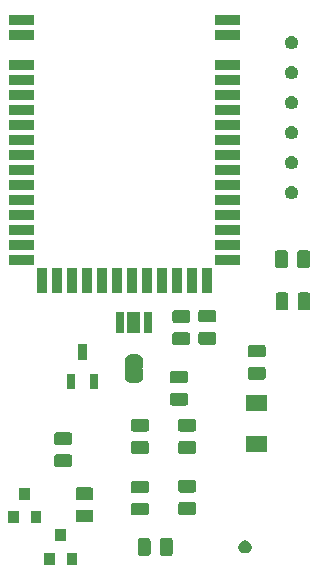
<source format=gbr>
G04 #@! TF.GenerationSoftware,KiCad,Pcbnew,(5.1.2-1)-1*
G04 #@! TF.CreationDate,2021-02-24T08:12:35+01:00*
G04 #@! TF.ProjectId,parasite,70617261-7369-4746-952e-6b696361645f,1.1.0*
G04 #@! TF.SameCoordinates,Original*
G04 #@! TF.FileFunction,Soldermask,Top*
G04 #@! TF.FilePolarity,Negative*
%FSLAX46Y46*%
G04 Gerber Fmt 4.6, Leading zero omitted, Abs format (unit mm)*
G04 Created by KiCad (PCBNEW (5.1.2-1)-1) date 2021-02-24 08:12:35*
%MOMM*%
%LPD*%
G04 APERTURE LIST*
%ADD10C,0.100000*%
G04 APERTURE END LIST*
D10*
G36*
X111401000Y-95001000D02*
G01*
X110499000Y-95001000D01*
X110499000Y-93999000D01*
X111401000Y-93999000D01*
X111401000Y-95001000D01*
X111401000Y-95001000D01*
G37*
G36*
X109501000Y-95001000D02*
G01*
X108599000Y-95001000D01*
X108599000Y-93999000D01*
X109501000Y-93999000D01*
X109501000Y-95001000D01*
X109501000Y-95001000D01*
G37*
G36*
X119309468Y-92753565D02*
G01*
X119348138Y-92765296D01*
X119383777Y-92784346D01*
X119415017Y-92809983D01*
X119440654Y-92841223D01*
X119459704Y-92876862D01*
X119471435Y-92915532D01*
X119476000Y-92961888D01*
X119476000Y-94038112D01*
X119471435Y-94084468D01*
X119459704Y-94123138D01*
X119440654Y-94158777D01*
X119415017Y-94190017D01*
X119383777Y-94215654D01*
X119348138Y-94234704D01*
X119309468Y-94246435D01*
X119263112Y-94251000D01*
X118611888Y-94251000D01*
X118565532Y-94246435D01*
X118526862Y-94234704D01*
X118491223Y-94215654D01*
X118459983Y-94190017D01*
X118434346Y-94158777D01*
X118415296Y-94123138D01*
X118403565Y-94084468D01*
X118399000Y-94038112D01*
X118399000Y-92961888D01*
X118403565Y-92915532D01*
X118415296Y-92876862D01*
X118434346Y-92841223D01*
X118459983Y-92809983D01*
X118491223Y-92784346D01*
X118526862Y-92765296D01*
X118565532Y-92753565D01*
X118611888Y-92749000D01*
X119263112Y-92749000D01*
X119309468Y-92753565D01*
X119309468Y-92753565D01*
G37*
G36*
X117434468Y-92753565D02*
G01*
X117473138Y-92765296D01*
X117508777Y-92784346D01*
X117540017Y-92809983D01*
X117565654Y-92841223D01*
X117584704Y-92876862D01*
X117596435Y-92915532D01*
X117601000Y-92961888D01*
X117601000Y-94038112D01*
X117596435Y-94084468D01*
X117584704Y-94123138D01*
X117565654Y-94158777D01*
X117540017Y-94190017D01*
X117508777Y-94215654D01*
X117473138Y-94234704D01*
X117434468Y-94246435D01*
X117388112Y-94251000D01*
X116736888Y-94251000D01*
X116690532Y-94246435D01*
X116651862Y-94234704D01*
X116616223Y-94215654D01*
X116584983Y-94190017D01*
X116559346Y-94158777D01*
X116540296Y-94123138D01*
X116528565Y-94084468D01*
X116524000Y-94038112D01*
X116524000Y-92961888D01*
X116528565Y-92915532D01*
X116540296Y-92876862D01*
X116559346Y-92841223D01*
X116584983Y-92809983D01*
X116616223Y-92784346D01*
X116651862Y-92765296D01*
X116690532Y-92753565D01*
X116736888Y-92749000D01*
X117388112Y-92749000D01*
X117434468Y-92753565D01*
X117434468Y-92753565D01*
G37*
G36*
X125760721Y-92970174D02*
G01*
X125860995Y-93011709D01*
X125860996Y-93011710D01*
X125951242Y-93072010D01*
X126027990Y-93148758D01*
X126027991Y-93148760D01*
X126088291Y-93239005D01*
X126129826Y-93339279D01*
X126151000Y-93445730D01*
X126151000Y-93554270D01*
X126129826Y-93660721D01*
X126088291Y-93760995D01*
X126088290Y-93760996D01*
X126027990Y-93851242D01*
X125951242Y-93927990D01*
X125905812Y-93958345D01*
X125860995Y-93988291D01*
X125760721Y-94029826D01*
X125654270Y-94051000D01*
X125545730Y-94051000D01*
X125439279Y-94029826D01*
X125339005Y-93988291D01*
X125294188Y-93958345D01*
X125248758Y-93927990D01*
X125172010Y-93851242D01*
X125111710Y-93760996D01*
X125111709Y-93760995D01*
X125070174Y-93660721D01*
X125049000Y-93554270D01*
X125049000Y-93445730D01*
X125070174Y-93339279D01*
X125111709Y-93239005D01*
X125172009Y-93148760D01*
X125172010Y-93148758D01*
X125248758Y-93072010D01*
X125339004Y-93011710D01*
X125339005Y-93011709D01*
X125439279Y-92970174D01*
X125545730Y-92949000D01*
X125654270Y-92949000D01*
X125760721Y-92970174D01*
X125760721Y-92970174D01*
G37*
G36*
X110451000Y-93001000D02*
G01*
X109549000Y-93001000D01*
X109549000Y-91999000D01*
X110451000Y-91999000D01*
X110451000Y-93001000D01*
X110451000Y-93001000D01*
G37*
G36*
X108351000Y-91501000D02*
G01*
X107449000Y-91501000D01*
X107449000Y-90499000D01*
X108351000Y-90499000D01*
X108351000Y-91501000D01*
X108351000Y-91501000D01*
G37*
G36*
X106451000Y-91501000D02*
G01*
X105549000Y-91501000D01*
X105549000Y-90499000D01*
X106451000Y-90499000D01*
X106451000Y-91501000D01*
X106451000Y-91501000D01*
G37*
G36*
X112584468Y-90341065D02*
G01*
X112623138Y-90352796D01*
X112658777Y-90371846D01*
X112690017Y-90397483D01*
X112715654Y-90428723D01*
X112734704Y-90464362D01*
X112746435Y-90503032D01*
X112751000Y-90549388D01*
X112751000Y-91200612D01*
X112746435Y-91246968D01*
X112734704Y-91285638D01*
X112715654Y-91321277D01*
X112690017Y-91352517D01*
X112658777Y-91378154D01*
X112623138Y-91397204D01*
X112584468Y-91408935D01*
X112538112Y-91413500D01*
X111461888Y-91413500D01*
X111415532Y-91408935D01*
X111376862Y-91397204D01*
X111341223Y-91378154D01*
X111309983Y-91352517D01*
X111284346Y-91321277D01*
X111265296Y-91285638D01*
X111253565Y-91246968D01*
X111249000Y-91200612D01*
X111249000Y-90549388D01*
X111253565Y-90503032D01*
X111265296Y-90464362D01*
X111284346Y-90428723D01*
X111309983Y-90397483D01*
X111341223Y-90371846D01*
X111376862Y-90352796D01*
X111415532Y-90341065D01*
X111461888Y-90336500D01*
X112538112Y-90336500D01*
X112584468Y-90341065D01*
X112584468Y-90341065D01*
G37*
G36*
X117284468Y-89766065D02*
G01*
X117323138Y-89777796D01*
X117358777Y-89796846D01*
X117390017Y-89822483D01*
X117415654Y-89853723D01*
X117434704Y-89889362D01*
X117446435Y-89928032D01*
X117451000Y-89974388D01*
X117451000Y-90625612D01*
X117446435Y-90671968D01*
X117434704Y-90710638D01*
X117415654Y-90746277D01*
X117390017Y-90777517D01*
X117358777Y-90803154D01*
X117323138Y-90822204D01*
X117284468Y-90833935D01*
X117238112Y-90838500D01*
X116161888Y-90838500D01*
X116115532Y-90833935D01*
X116076862Y-90822204D01*
X116041223Y-90803154D01*
X116009983Y-90777517D01*
X115984346Y-90746277D01*
X115965296Y-90710638D01*
X115953565Y-90671968D01*
X115949000Y-90625612D01*
X115949000Y-89974388D01*
X115953565Y-89928032D01*
X115965296Y-89889362D01*
X115984346Y-89853723D01*
X116009983Y-89822483D01*
X116041223Y-89796846D01*
X116076862Y-89777796D01*
X116115532Y-89766065D01*
X116161888Y-89761500D01*
X117238112Y-89761500D01*
X117284468Y-89766065D01*
X117284468Y-89766065D01*
G37*
G36*
X121284468Y-89703565D02*
G01*
X121323138Y-89715296D01*
X121358777Y-89734346D01*
X121390017Y-89759983D01*
X121415654Y-89791223D01*
X121434704Y-89826862D01*
X121446435Y-89865532D01*
X121451000Y-89911888D01*
X121451000Y-90563112D01*
X121446435Y-90609468D01*
X121434704Y-90648138D01*
X121415654Y-90683777D01*
X121390017Y-90715017D01*
X121358777Y-90740654D01*
X121323138Y-90759704D01*
X121284468Y-90771435D01*
X121238112Y-90776000D01*
X120161888Y-90776000D01*
X120115532Y-90771435D01*
X120076862Y-90759704D01*
X120041223Y-90740654D01*
X120009983Y-90715017D01*
X119984346Y-90683777D01*
X119965296Y-90648138D01*
X119953565Y-90609468D01*
X119949000Y-90563112D01*
X119949000Y-89911888D01*
X119953565Y-89865532D01*
X119965296Y-89826862D01*
X119984346Y-89791223D01*
X120009983Y-89759983D01*
X120041223Y-89734346D01*
X120076862Y-89715296D01*
X120115532Y-89703565D01*
X120161888Y-89699000D01*
X121238112Y-89699000D01*
X121284468Y-89703565D01*
X121284468Y-89703565D01*
G37*
G36*
X112584468Y-88466065D02*
G01*
X112623138Y-88477796D01*
X112658777Y-88496846D01*
X112690017Y-88522483D01*
X112715654Y-88553723D01*
X112734704Y-88589362D01*
X112746435Y-88628032D01*
X112751000Y-88674388D01*
X112751000Y-89325612D01*
X112746435Y-89371968D01*
X112734704Y-89410638D01*
X112715654Y-89446277D01*
X112690017Y-89477517D01*
X112658777Y-89503154D01*
X112623138Y-89522204D01*
X112584468Y-89533935D01*
X112538112Y-89538500D01*
X111461888Y-89538500D01*
X111415532Y-89533935D01*
X111376862Y-89522204D01*
X111341223Y-89503154D01*
X111309983Y-89477517D01*
X111284346Y-89446277D01*
X111265296Y-89410638D01*
X111253565Y-89371968D01*
X111249000Y-89325612D01*
X111249000Y-88674388D01*
X111253565Y-88628032D01*
X111265296Y-88589362D01*
X111284346Y-88553723D01*
X111309983Y-88522483D01*
X111341223Y-88496846D01*
X111376862Y-88477796D01*
X111415532Y-88466065D01*
X111461888Y-88461500D01*
X112538112Y-88461500D01*
X112584468Y-88466065D01*
X112584468Y-88466065D01*
G37*
G36*
X107401000Y-89501000D02*
G01*
X106499000Y-89501000D01*
X106499000Y-88499000D01*
X107401000Y-88499000D01*
X107401000Y-89501000D01*
X107401000Y-89501000D01*
G37*
G36*
X117284468Y-87891065D02*
G01*
X117323138Y-87902796D01*
X117358777Y-87921846D01*
X117390017Y-87947483D01*
X117415654Y-87978723D01*
X117434704Y-88014362D01*
X117446435Y-88053032D01*
X117451000Y-88099388D01*
X117451000Y-88750612D01*
X117446435Y-88796968D01*
X117434704Y-88835638D01*
X117415654Y-88871277D01*
X117390017Y-88902517D01*
X117358777Y-88928154D01*
X117323138Y-88947204D01*
X117284468Y-88958935D01*
X117238112Y-88963500D01*
X116161888Y-88963500D01*
X116115532Y-88958935D01*
X116076862Y-88947204D01*
X116041223Y-88928154D01*
X116009983Y-88902517D01*
X115984346Y-88871277D01*
X115965296Y-88835638D01*
X115953565Y-88796968D01*
X115949000Y-88750612D01*
X115949000Y-88099388D01*
X115953565Y-88053032D01*
X115965296Y-88014362D01*
X115984346Y-87978723D01*
X116009983Y-87947483D01*
X116041223Y-87921846D01*
X116076862Y-87902796D01*
X116115532Y-87891065D01*
X116161888Y-87886500D01*
X117238112Y-87886500D01*
X117284468Y-87891065D01*
X117284468Y-87891065D01*
G37*
G36*
X121284468Y-87828565D02*
G01*
X121323138Y-87840296D01*
X121358777Y-87859346D01*
X121390017Y-87884983D01*
X121415654Y-87916223D01*
X121434704Y-87951862D01*
X121446435Y-87990532D01*
X121451000Y-88036888D01*
X121451000Y-88688112D01*
X121446435Y-88734468D01*
X121434704Y-88773138D01*
X121415654Y-88808777D01*
X121390017Y-88840017D01*
X121358777Y-88865654D01*
X121323138Y-88884704D01*
X121284468Y-88896435D01*
X121238112Y-88901000D01*
X120161888Y-88901000D01*
X120115532Y-88896435D01*
X120076862Y-88884704D01*
X120041223Y-88865654D01*
X120009983Y-88840017D01*
X119984346Y-88808777D01*
X119965296Y-88773138D01*
X119953565Y-88734468D01*
X119949000Y-88688112D01*
X119949000Y-88036888D01*
X119953565Y-87990532D01*
X119965296Y-87951862D01*
X119984346Y-87916223D01*
X120009983Y-87884983D01*
X120041223Y-87859346D01*
X120076862Y-87840296D01*
X120115532Y-87828565D01*
X120161888Y-87824000D01*
X121238112Y-87824000D01*
X121284468Y-87828565D01*
X121284468Y-87828565D01*
G37*
G36*
X110784468Y-85666065D02*
G01*
X110823138Y-85677796D01*
X110858777Y-85696846D01*
X110890017Y-85722483D01*
X110915654Y-85753723D01*
X110934704Y-85789362D01*
X110946435Y-85828032D01*
X110951000Y-85874388D01*
X110951000Y-86525612D01*
X110946435Y-86571968D01*
X110934704Y-86610638D01*
X110915654Y-86646277D01*
X110890017Y-86677517D01*
X110858777Y-86703154D01*
X110823138Y-86722204D01*
X110784468Y-86733935D01*
X110738112Y-86738500D01*
X109661888Y-86738500D01*
X109615532Y-86733935D01*
X109576862Y-86722204D01*
X109541223Y-86703154D01*
X109509983Y-86677517D01*
X109484346Y-86646277D01*
X109465296Y-86610638D01*
X109453565Y-86571968D01*
X109449000Y-86525612D01*
X109449000Y-85874388D01*
X109453565Y-85828032D01*
X109465296Y-85789362D01*
X109484346Y-85753723D01*
X109509983Y-85722483D01*
X109541223Y-85696846D01*
X109576862Y-85677796D01*
X109615532Y-85666065D01*
X109661888Y-85661500D01*
X110738112Y-85661500D01*
X110784468Y-85666065D01*
X110784468Y-85666065D01*
G37*
G36*
X121284468Y-84541065D02*
G01*
X121323138Y-84552796D01*
X121358777Y-84571846D01*
X121390017Y-84597483D01*
X121415654Y-84628723D01*
X121434704Y-84664362D01*
X121446435Y-84703032D01*
X121451000Y-84749388D01*
X121451000Y-85400612D01*
X121446435Y-85446968D01*
X121434704Y-85485638D01*
X121415654Y-85521277D01*
X121390017Y-85552517D01*
X121358777Y-85578154D01*
X121323138Y-85597204D01*
X121284468Y-85608935D01*
X121238112Y-85613500D01*
X120161888Y-85613500D01*
X120115532Y-85608935D01*
X120076862Y-85597204D01*
X120041223Y-85578154D01*
X120009983Y-85552517D01*
X119984346Y-85521277D01*
X119965296Y-85485638D01*
X119953565Y-85446968D01*
X119949000Y-85400612D01*
X119949000Y-84749388D01*
X119953565Y-84703032D01*
X119965296Y-84664362D01*
X119984346Y-84628723D01*
X120009983Y-84597483D01*
X120041223Y-84571846D01*
X120076862Y-84552796D01*
X120115532Y-84541065D01*
X120161888Y-84536500D01*
X121238112Y-84536500D01*
X121284468Y-84541065D01*
X121284468Y-84541065D01*
G37*
G36*
X117284468Y-84541065D02*
G01*
X117323138Y-84552796D01*
X117358777Y-84571846D01*
X117390017Y-84597483D01*
X117415654Y-84628723D01*
X117434704Y-84664362D01*
X117446435Y-84703032D01*
X117451000Y-84749388D01*
X117451000Y-85400612D01*
X117446435Y-85446968D01*
X117434704Y-85485638D01*
X117415654Y-85521277D01*
X117390017Y-85552517D01*
X117358777Y-85578154D01*
X117323138Y-85597204D01*
X117284468Y-85608935D01*
X117238112Y-85613500D01*
X116161888Y-85613500D01*
X116115532Y-85608935D01*
X116076862Y-85597204D01*
X116041223Y-85578154D01*
X116009983Y-85552517D01*
X115984346Y-85521277D01*
X115965296Y-85485638D01*
X115953565Y-85446968D01*
X115949000Y-85400612D01*
X115949000Y-84749388D01*
X115953565Y-84703032D01*
X115965296Y-84664362D01*
X115984346Y-84628723D01*
X116009983Y-84597483D01*
X116041223Y-84571846D01*
X116076862Y-84552796D01*
X116115532Y-84541065D01*
X116161888Y-84536500D01*
X117238112Y-84536500D01*
X117284468Y-84541065D01*
X117284468Y-84541065D01*
G37*
G36*
X127501000Y-85501000D02*
G01*
X125699000Y-85501000D01*
X125699000Y-84099000D01*
X127501000Y-84099000D01*
X127501000Y-85501000D01*
X127501000Y-85501000D01*
G37*
G36*
X110784468Y-83791065D02*
G01*
X110823138Y-83802796D01*
X110858777Y-83821846D01*
X110890017Y-83847483D01*
X110915654Y-83878723D01*
X110934704Y-83914362D01*
X110946435Y-83953032D01*
X110951000Y-83999388D01*
X110951000Y-84650612D01*
X110946435Y-84696968D01*
X110934704Y-84735638D01*
X110915654Y-84771277D01*
X110890017Y-84802517D01*
X110858777Y-84828154D01*
X110823138Y-84847204D01*
X110784468Y-84858935D01*
X110738112Y-84863500D01*
X109661888Y-84863500D01*
X109615532Y-84858935D01*
X109576862Y-84847204D01*
X109541223Y-84828154D01*
X109509983Y-84802517D01*
X109484346Y-84771277D01*
X109465296Y-84735638D01*
X109453565Y-84696968D01*
X109449000Y-84650612D01*
X109449000Y-83999388D01*
X109453565Y-83953032D01*
X109465296Y-83914362D01*
X109484346Y-83878723D01*
X109509983Y-83847483D01*
X109541223Y-83821846D01*
X109576862Y-83802796D01*
X109615532Y-83791065D01*
X109661888Y-83786500D01*
X110738112Y-83786500D01*
X110784468Y-83791065D01*
X110784468Y-83791065D01*
G37*
G36*
X117284468Y-82666065D02*
G01*
X117323138Y-82677796D01*
X117358777Y-82696846D01*
X117390017Y-82722483D01*
X117415654Y-82753723D01*
X117434704Y-82789362D01*
X117446435Y-82828032D01*
X117451000Y-82874388D01*
X117451000Y-83525612D01*
X117446435Y-83571968D01*
X117434704Y-83610638D01*
X117415654Y-83646277D01*
X117390017Y-83677517D01*
X117358777Y-83703154D01*
X117323138Y-83722204D01*
X117284468Y-83733935D01*
X117238112Y-83738500D01*
X116161888Y-83738500D01*
X116115532Y-83733935D01*
X116076862Y-83722204D01*
X116041223Y-83703154D01*
X116009983Y-83677517D01*
X115984346Y-83646277D01*
X115965296Y-83610638D01*
X115953565Y-83571968D01*
X115949000Y-83525612D01*
X115949000Y-82874388D01*
X115953565Y-82828032D01*
X115965296Y-82789362D01*
X115984346Y-82753723D01*
X116009983Y-82722483D01*
X116041223Y-82696846D01*
X116076862Y-82677796D01*
X116115532Y-82666065D01*
X116161888Y-82661500D01*
X117238112Y-82661500D01*
X117284468Y-82666065D01*
X117284468Y-82666065D01*
G37*
G36*
X121284468Y-82666065D02*
G01*
X121323138Y-82677796D01*
X121358777Y-82696846D01*
X121390017Y-82722483D01*
X121415654Y-82753723D01*
X121434704Y-82789362D01*
X121446435Y-82828032D01*
X121451000Y-82874388D01*
X121451000Y-83525612D01*
X121446435Y-83571968D01*
X121434704Y-83610638D01*
X121415654Y-83646277D01*
X121390017Y-83677517D01*
X121358777Y-83703154D01*
X121323138Y-83722204D01*
X121284468Y-83733935D01*
X121238112Y-83738500D01*
X120161888Y-83738500D01*
X120115532Y-83733935D01*
X120076862Y-83722204D01*
X120041223Y-83703154D01*
X120009983Y-83677517D01*
X119984346Y-83646277D01*
X119965296Y-83610638D01*
X119953565Y-83571968D01*
X119949000Y-83525612D01*
X119949000Y-82874388D01*
X119953565Y-82828032D01*
X119965296Y-82789362D01*
X119984346Y-82753723D01*
X120009983Y-82722483D01*
X120041223Y-82696846D01*
X120076862Y-82677796D01*
X120115532Y-82666065D01*
X120161888Y-82661500D01*
X121238112Y-82661500D01*
X121284468Y-82666065D01*
X121284468Y-82666065D01*
G37*
G36*
X127501000Y-82001000D02*
G01*
X125699000Y-82001000D01*
X125699000Y-80599000D01*
X127501000Y-80599000D01*
X127501000Y-82001000D01*
X127501000Y-82001000D01*
G37*
G36*
X120584468Y-80466065D02*
G01*
X120623138Y-80477796D01*
X120658777Y-80496846D01*
X120690017Y-80522483D01*
X120715654Y-80553723D01*
X120734704Y-80589362D01*
X120746435Y-80628032D01*
X120751000Y-80674388D01*
X120751000Y-81325612D01*
X120746435Y-81371968D01*
X120734704Y-81410638D01*
X120715654Y-81446277D01*
X120690017Y-81477517D01*
X120658777Y-81503154D01*
X120623138Y-81522204D01*
X120584468Y-81533935D01*
X120538112Y-81538500D01*
X119461888Y-81538500D01*
X119415532Y-81533935D01*
X119376862Y-81522204D01*
X119341223Y-81503154D01*
X119309983Y-81477517D01*
X119284346Y-81446277D01*
X119265296Y-81410638D01*
X119253565Y-81371968D01*
X119249000Y-81325612D01*
X119249000Y-80674388D01*
X119253565Y-80628032D01*
X119265296Y-80589362D01*
X119284346Y-80553723D01*
X119309983Y-80522483D01*
X119341223Y-80496846D01*
X119376862Y-80477796D01*
X119415532Y-80466065D01*
X119461888Y-80461500D01*
X120538112Y-80461500D01*
X120584468Y-80466065D01*
X120584468Y-80466065D01*
G37*
G36*
X113136000Y-80151000D02*
G01*
X112444000Y-80151000D01*
X112444000Y-78839000D01*
X113136000Y-78839000D01*
X113136000Y-80151000D01*
X113136000Y-80151000D01*
G37*
G36*
X111236000Y-80151000D02*
G01*
X110544000Y-80151000D01*
X110544000Y-78839000D01*
X111236000Y-78839000D01*
X111236000Y-80151000D01*
X111236000Y-80151000D01*
G37*
G36*
X120584468Y-78591065D02*
G01*
X120623138Y-78602796D01*
X120658777Y-78621846D01*
X120690017Y-78647483D01*
X120715654Y-78678723D01*
X120734704Y-78714362D01*
X120746435Y-78753032D01*
X120751000Y-78799388D01*
X120751000Y-79450612D01*
X120746435Y-79496968D01*
X120734704Y-79535638D01*
X120715654Y-79571277D01*
X120690017Y-79602517D01*
X120658777Y-79628154D01*
X120623138Y-79647204D01*
X120584468Y-79658935D01*
X120538112Y-79663500D01*
X119461888Y-79663500D01*
X119415532Y-79658935D01*
X119376862Y-79647204D01*
X119341223Y-79628154D01*
X119309983Y-79602517D01*
X119284346Y-79571277D01*
X119265296Y-79535638D01*
X119253565Y-79496968D01*
X119249000Y-79450612D01*
X119249000Y-78799388D01*
X119253565Y-78753032D01*
X119265296Y-78714362D01*
X119284346Y-78678723D01*
X119309983Y-78647483D01*
X119341223Y-78621846D01*
X119376862Y-78602796D01*
X119415532Y-78591065D01*
X119461888Y-78586500D01*
X120538112Y-78586500D01*
X120584468Y-78591065D01*
X120584468Y-78591065D01*
G37*
G36*
X116462199Y-77199954D02*
G01*
X116474450Y-77200556D01*
X116492869Y-77200556D01*
X116515149Y-77202750D01*
X116599233Y-77219476D01*
X116620660Y-77225976D01*
X116699858Y-77258780D01*
X116705303Y-77261691D01*
X116705309Y-77261693D01*
X116714169Y-77266429D01*
X116714173Y-77266432D01*
X116719614Y-77269340D01*
X116790899Y-77316971D01*
X116808204Y-77331172D01*
X116868828Y-77391796D01*
X116883029Y-77409101D01*
X116930660Y-77480386D01*
X116933568Y-77485827D01*
X116933571Y-77485831D01*
X116938307Y-77494691D01*
X116938309Y-77494697D01*
X116941220Y-77500142D01*
X116974024Y-77579340D01*
X116980524Y-77600767D01*
X116997250Y-77684851D01*
X116999444Y-77707131D01*
X116999444Y-77725550D01*
X117000046Y-77737801D01*
X117001852Y-77756139D01*
X117001852Y-78243860D01*
X117000263Y-78259999D01*
X116997348Y-78269608D01*
X116992610Y-78278472D01*
X116986237Y-78286237D01*
X116973794Y-78296448D01*
X116963425Y-78303378D01*
X116946098Y-78320705D01*
X116932485Y-78341080D01*
X116923109Y-78363720D01*
X116918329Y-78387753D01*
X116918330Y-78412257D01*
X116923112Y-78436290D01*
X116932490Y-78458929D01*
X116946105Y-78479302D01*
X116963432Y-78496629D01*
X116973802Y-78503558D01*
X116986237Y-78513763D01*
X116992610Y-78521528D01*
X116997348Y-78530392D01*
X117000263Y-78540001D01*
X117001852Y-78556140D01*
X117001852Y-79043862D01*
X117000046Y-79062199D01*
X116999444Y-79074450D01*
X116999444Y-79092869D01*
X116997250Y-79115149D01*
X116980524Y-79199233D01*
X116974024Y-79220660D01*
X116941220Y-79299858D01*
X116938309Y-79305303D01*
X116938307Y-79305309D01*
X116933571Y-79314169D01*
X116933568Y-79314173D01*
X116930660Y-79319614D01*
X116883029Y-79390899D01*
X116868828Y-79408204D01*
X116808204Y-79468828D01*
X116790899Y-79483029D01*
X116719614Y-79530660D01*
X116714173Y-79533568D01*
X116714169Y-79533571D01*
X116705309Y-79538307D01*
X116705303Y-79538309D01*
X116699858Y-79541220D01*
X116620660Y-79574024D01*
X116599233Y-79580524D01*
X116515149Y-79597250D01*
X116492869Y-79599444D01*
X116474450Y-79599444D01*
X116462199Y-79600046D01*
X116443862Y-79601852D01*
X115956138Y-79601852D01*
X115937801Y-79600046D01*
X115925550Y-79599444D01*
X115907131Y-79599444D01*
X115884851Y-79597250D01*
X115800767Y-79580524D01*
X115779340Y-79574024D01*
X115700142Y-79541220D01*
X115694697Y-79538309D01*
X115694691Y-79538307D01*
X115685831Y-79533571D01*
X115685827Y-79533568D01*
X115680386Y-79530660D01*
X115609101Y-79483029D01*
X115591796Y-79468828D01*
X115531172Y-79408204D01*
X115516971Y-79390899D01*
X115469340Y-79319614D01*
X115466432Y-79314173D01*
X115466429Y-79314169D01*
X115461693Y-79305309D01*
X115461691Y-79305303D01*
X115458780Y-79299858D01*
X115425976Y-79220660D01*
X115419476Y-79199233D01*
X115402750Y-79115149D01*
X115400556Y-79092869D01*
X115400556Y-79074450D01*
X115399954Y-79062199D01*
X115398148Y-79043862D01*
X115398148Y-78556140D01*
X115399737Y-78540001D01*
X115402652Y-78530392D01*
X115407390Y-78521528D01*
X115413763Y-78513763D01*
X115426206Y-78503552D01*
X115436575Y-78496622D01*
X115453902Y-78479295D01*
X115467515Y-78458920D01*
X115476891Y-78436280D01*
X115481671Y-78412247D01*
X115481670Y-78387743D01*
X115476888Y-78363710D01*
X115467510Y-78341071D01*
X115453895Y-78320698D01*
X115436568Y-78303371D01*
X115426198Y-78296442D01*
X115413763Y-78286237D01*
X115407390Y-78278472D01*
X115402652Y-78269608D01*
X115399737Y-78259999D01*
X115398148Y-78243860D01*
X115398148Y-77756139D01*
X115399954Y-77737801D01*
X115400556Y-77725550D01*
X115400556Y-77707131D01*
X115402750Y-77684851D01*
X115419476Y-77600767D01*
X115425976Y-77579340D01*
X115458780Y-77500142D01*
X115461691Y-77494697D01*
X115461693Y-77494691D01*
X115466429Y-77485831D01*
X115466432Y-77485827D01*
X115469340Y-77480386D01*
X115516971Y-77409101D01*
X115531172Y-77391796D01*
X115591796Y-77331172D01*
X115609101Y-77316971D01*
X115680386Y-77269340D01*
X115685827Y-77266432D01*
X115685831Y-77266429D01*
X115694691Y-77261693D01*
X115694697Y-77261691D01*
X115700142Y-77258780D01*
X115779340Y-77225976D01*
X115800767Y-77219476D01*
X115884851Y-77202750D01*
X115907131Y-77200556D01*
X115925550Y-77200556D01*
X115937801Y-77199954D01*
X115956139Y-77198148D01*
X116443861Y-77198148D01*
X116462199Y-77199954D01*
X116462199Y-77199954D01*
G37*
G36*
X127184468Y-78266065D02*
G01*
X127223138Y-78277796D01*
X127258777Y-78296846D01*
X127290017Y-78322483D01*
X127315654Y-78353723D01*
X127334704Y-78389362D01*
X127346435Y-78428032D01*
X127351000Y-78474388D01*
X127351000Y-79125612D01*
X127346435Y-79171968D01*
X127334704Y-79210638D01*
X127315654Y-79246277D01*
X127290017Y-79277517D01*
X127258777Y-79303154D01*
X127223138Y-79322204D01*
X127184468Y-79333935D01*
X127138112Y-79338500D01*
X126061888Y-79338500D01*
X126015532Y-79333935D01*
X125976862Y-79322204D01*
X125941223Y-79303154D01*
X125909983Y-79277517D01*
X125884346Y-79246277D01*
X125865296Y-79210638D01*
X125853565Y-79171968D01*
X125849000Y-79125612D01*
X125849000Y-78474388D01*
X125853565Y-78428032D01*
X125865296Y-78389362D01*
X125884346Y-78353723D01*
X125909983Y-78322483D01*
X125941223Y-78296846D01*
X125976862Y-78277796D01*
X126015532Y-78266065D01*
X126061888Y-78261500D01*
X127138112Y-78261500D01*
X127184468Y-78266065D01*
X127184468Y-78266065D01*
G37*
G36*
X112186000Y-77641000D02*
G01*
X111494000Y-77641000D01*
X111494000Y-76329000D01*
X112186000Y-76329000D01*
X112186000Y-77641000D01*
X112186000Y-77641000D01*
G37*
G36*
X127184468Y-76391065D02*
G01*
X127223138Y-76402796D01*
X127258777Y-76421846D01*
X127290017Y-76447483D01*
X127315654Y-76478723D01*
X127334704Y-76514362D01*
X127346435Y-76553032D01*
X127351000Y-76599388D01*
X127351000Y-77250612D01*
X127346435Y-77296968D01*
X127334704Y-77335638D01*
X127315654Y-77371277D01*
X127290017Y-77402517D01*
X127258777Y-77428154D01*
X127223138Y-77447204D01*
X127184468Y-77458935D01*
X127138112Y-77463500D01*
X126061888Y-77463500D01*
X126015532Y-77458935D01*
X125976862Y-77447204D01*
X125941223Y-77428154D01*
X125909983Y-77402517D01*
X125884346Y-77371277D01*
X125865296Y-77335638D01*
X125853565Y-77296968D01*
X125849000Y-77250612D01*
X125849000Y-76599388D01*
X125853565Y-76553032D01*
X125865296Y-76514362D01*
X125884346Y-76478723D01*
X125909983Y-76447483D01*
X125941223Y-76421846D01*
X125976862Y-76402796D01*
X126015532Y-76391065D01*
X126061888Y-76386500D01*
X127138112Y-76386500D01*
X127184468Y-76391065D01*
X127184468Y-76391065D01*
G37*
G36*
X120784468Y-75341065D02*
G01*
X120823138Y-75352796D01*
X120858777Y-75371846D01*
X120890017Y-75397483D01*
X120915654Y-75428723D01*
X120934704Y-75464362D01*
X120946435Y-75503032D01*
X120951000Y-75549388D01*
X120951000Y-76200612D01*
X120946435Y-76246968D01*
X120934704Y-76285638D01*
X120915654Y-76321277D01*
X120890017Y-76352517D01*
X120858777Y-76378154D01*
X120823138Y-76397204D01*
X120784468Y-76408935D01*
X120738112Y-76413500D01*
X119661888Y-76413500D01*
X119615532Y-76408935D01*
X119576862Y-76397204D01*
X119541223Y-76378154D01*
X119509983Y-76352517D01*
X119484346Y-76321277D01*
X119465296Y-76285638D01*
X119453565Y-76246968D01*
X119449000Y-76200612D01*
X119449000Y-75549388D01*
X119453565Y-75503032D01*
X119465296Y-75464362D01*
X119484346Y-75428723D01*
X119509983Y-75397483D01*
X119541223Y-75371846D01*
X119576862Y-75352796D01*
X119615532Y-75341065D01*
X119661888Y-75336500D01*
X120738112Y-75336500D01*
X120784468Y-75341065D01*
X120784468Y-75341065D01*
G37*
G36*
X122984468Y-75303565D02*
G01*
X123023138Y-75315296D01*
X123058777Y-75334346D01*
X123090017Y-75359983D01*
X123115654Y-75391223D01*
X123134704Y-75426862D01*
X123146435Y-75465532D01*
X123151000Y-75511888D01*
X123151000Y-76163112D01*
X123146435Y-76209468D01*
X123134704Y-76248138D01*
X123115654Y-76283777D01*
X123090017Y-76315017D01*
X123058777Y-76340654D01*
X123023138Y-76359704D01*
X122984468Y-76371435D01*
X122938112Y-76376000D01*
X121861888Y-76376000D01*
X121815532Y-76371435D01*
X121776862Y-76359704D01*
X121741223Y-76340654D01*
X121709983Y-76315017D01*
X121684346Y-76283777D01*
X121665296Y-76248138D01*
X121653565Y-76209468D01*
X121649000Y-76163112D01*
X121649000Y-75511888D01*
X121653565Y-75465532D01*
X121665296Y-75426862D01*
X121684346Y-75391223D01*
X121709983Y-75359983D01*
X121741223Y-75334346D01*
X121776862Y-75315296D01*
X121815532Y-75303565D01*
X121861888Y-75299000D01*
X122938112Y-75299000D01*
X122984468Y-75303565D01*
X122984468Y-75303565D01*
G37*
G36*
X115351000Y-75426000D02*
G01*
X114699000Y-75426000D01*
X114699000Y-73574000D01*
X115351000Y-73574000D01*
X115351000Y-75426000D01*
X115351000Y-75426000D01*
G37*
G36*
X117701000Y-75426000D02*
G01*
X117049000Y-75426000D01*
X117049000Y-73574000D01*
X117701000Y-73574000D01*
X117701000Y-75426000D01*
X117701000Y-75426000D01*
G37*
G36*
X116751000Y-75401000D02*
G01*
X115649000Y-75401000D01*
X115649000Y-73599000D01*
X116751000Y-73599000D01*
X116751000Y-75401000D01*
X116751000Y-75401000D01*
G37*
G36*
X120784468Y-73466065D02*
G01*
X120823138Y-73477796D01*
X120858777Y-73496846D01*
X120890017Y-73522483D01*
X120915654Y-73553723D01*
X120934704Y-73589362D01*
X120946435Y-73628032D01*
X120951000Y-73674388D01*
X120951000Y-74325612D01*
X120946435Y-74371968D01*
X120934704Y-74410638D01*
X120915654Y-74446277D01*
X120890017Y-74477517D01*
X120858777Y-74503154D01*
X120823138Y-74522204D01*
X120784468Y-74533935D01*
X120738112Y-74538500D01*
X119661888Y-74538500D01*
X119615532Y-74533935D01*
X119576862Y-74522204D01*
X119541223Y-74503154D01*
X119509983Y-74477517D01*
X119484346Y-74446277D01*
X119465296Y-74410638D01*
X119453565Y-74371968D01*
X119449000Y-74325612D01*
X119449000Y-73674388D01*
X119453565Y-73628032D01*
X119465296Y-73589362D01*
X119484346Y-73553723D01*
X119509983Y-73522483D01*
X119541223Y-73496846D01*
X119576862Y-73477796D01*
X119615532Y-73466065D01*
X119661888Y-73461500D01*
X120738112Y-73461500D01*
X120784468Y-73466065D01*
X120784468Y-73466065D01*
G37*
G36*
X122984468Y-73428565D02*
G01*
X123023138Y-73440296D01*
X123058777Y-73459346D01*
X123090017Y-73484983D01*
X123115654Y-73516223D01*
X123134704Y-73551862D01*
X123146435Y-73590532D01*
X123151000Y-73636888D01*
X123151000Y-74288112D01*
X123146435Y-74334468D01*
X123134704Y-74373138D01*
X123115654Y-74408777D01*
X123090017Y-74440017D01*
X123058777Y-74465654D01*
X123023138Y-74484704D01*
X122984468Y-74496435D01*
X122938112Y-74501000D01*
X121861888Y-74501000D01*
X121815532Y-74496435D01*
X121776862Y-74484704D01*
X121741223Y-74465654D01*
X121709983Y-74440017D01*
X121684346Y-74408777D01*
X121665296Y-74373138D01*
X121653565Y-74334468D01*
X121649000Y-74288112D01*
X121649000Y-73636888D01*
X121653565Y-73590532D01*
X121665296Y-73551862D01*
X121684346Y-73516223D01*
X121709983Y-73484983D01*
X121741223Y-73459346D01*
X121776862Y-73440296D01*
X121815532Y-73428565D01*
X121861888Y-73424000D01*
X122938112Y-73424000D01*
X122984468Y-73428565D01*
X122984468Y-73428565D01*
G37*
G36*
X130971968Y-71953565D02*
G01*
X131010638Y-71965296D01*
X131046277Y-71984346D01*
X131077517Y-72009983D01*
X131103154Y-72041223D01*
X131122204Y-72076862D01*
X131133935Y-72115532D01*
X131138500Y-72161888D01*
X131138500Y-73238112D01*
X131133935Y-73284468D01*
X131122204Y-73323138D01*
X131103154Y-73358777D01*
X131077517Y-73390017D01*
X131046277Y-73415654D01*
X131010638Y-73434704D01*
X130971968Y-73446435D01*
X130925612Y-73451000D01*
X130274388Y-73451000D01*
X130228032Y-73446435D01*
X130189362Y-73434704D01*
X130153723Y-73415654D01*
X130122483Y-73390017D01*
X130096846Y-73358777D01*
X130077796Y-73323138D01*
X130066065Y-73284468D01*
X130061500Y-73238112D01*
X130061500Y-72161888D01*
X130066065Y-72115532D01*
X130077796Y-72076862D01*
X130096846Y-72041223D01*
X130122483Y-72009983D01*
X130153723Y-71984346D01*
X130189362Y-71965296D01*
X130228032Y-71953565D01*
X130274388Y-71949000D01*
X130925612Y-71949000D01*
X130971968Y-71953565D01*
X130971968Y-71953565D01*
G37*
G36*
X129096968Y-71953565D02*
G01*
X129135638Y-71965296D01*
X129171277Y-71984346D01*
X129202517Y-72009983D01*
X129228154Y-72041223D01*
X129247204Y-72076862D01*
X129258935Y-72115532D01*
X129263500Y-72161888D01*
X129263500Y-73238112D01*
X129258935Y-73284468D01*
X129247204Y-73323138D01*
X129228154Y-73358777D01*
X129202517Y-73390017D01*
X129171277Y-73415654D01*
X129135638Y-73434704D01*
X129096968Y-73446435D01*
X129050612Y-73451000D01*
X128399388Y-73451000D01*
X128353032Y-73446435D01*
X128314362Y-73434704D01*
X128278723Y-73415654D01*
X128247483Y-73390017D01*
X128221846Y-73358777D01*
X128202796Y-73323138D01*
X128191065Y-73284468D01*
X128186500Y-73238112D01*
X128186500Y-72161888D01*
X128191065Y-72115532D01*
X128202796Y-72076862D01*
X128221846Y-72041223D01*
X128247483Y-72009983D01*
X128278723Y-71984346D01*
X128314362Y-71965296D01*
X128353032Y-71953565D01*
X128399388Y-71949000D01*
X129050612Y-71949000D01*
X129096968Y-71953565D01*
X129096968Y-71953565D01*
G37*
G36*
X112676000Y-72001000D02*
G01*
X111774000Y-72001000D01*
X111774000Y-69899000D01*
X112676000Y-69899000D01*
X112676000Y-72001000D01*
X112676000Y-72001000D01*
G37*
G36*
X111406000Y-72001000D02*
G01*
X110504000Y-72001000D01*
X110504000Y-69899000D01*
X111406000Y-69899000D01*
X111406000Y-72001000D01*
X111406000Y-72001000D01*
G37*
G36*
X110136000Y-72001000D02*
G01*
X109234000Y-72001000D01*
X109234000Y-69899000D01*
X110136000Y-69899000D01*
X110136000Y-72001000D01*
X110136000Y-72001000D01*
G37*
G36*
X108866000Y-72001000D02*
G01*
X107964000Y-72001000D01*
X107964000Y-69899000D01*
X108866000Y-69899000D01*
X108866000Y-72001000D01*
X108866000Y-72001000D01*
G37*
G36*
X113946000Y-72001000D02*
G01*
X113044000Y-72001000D01*
X113044000Y-69899000D01*
X113946000Y-69899000D01*
X113946000Y-72001000D01*
X113946000Y-72001000D01*
G37*
G36*
X119026000Y-72001000D02*
G01*
X118124000Y-72001000D01*
X118124000Y-69899000D01*
X119026000Y-69899000D01*
X119026000Y-72001000D01*
X119026000Y-72001000D01*
G37*
G36*
X120296000Y-72001000D02*
G01*
X119394000Y-72001000D01*
X119394000Y-69899000D01*
X120296000Y-69899000D01*
X120296000Y-72001000D01*
X120296000Y-72001000D01*
G37*
G36*
X115216000Y-72001000D02*
G01*
X114314000Y-72001000D01*
X114314000Y-69899000D01*
X115216000Y-69899000D01*
X115216000Y-72001000D01*
X115216000Y-72001000D01*
G37*
G36*
X116486000Y-72001000D02*
G01*
X115584000Y-72001000D01*
X115584000Y-69899000D01*
X116486000Y-69899000D01*
X116486000Y-72001000D01*
X116486000Y-72001000D01*
G37*
G36*
X121566000Y-72001000D02*
G01*
X120664000Y-72001000D01*
X120664000Y-69899000D01*
X121566000Y-69899000D01*
X121566000Y-72001000D01*
X121566000Y-72001000D01*
G37*
G36*
X122836000Y-72001000D02*
G01*
X121934000Y-72001000D01*
X121934000Y-69899000D01*
X122836000Y-69899000D01*
X122836000Y-72001000D01*
X122836000Y-72001000D01*
G37*
G36*
X117756000Y-72001000D02*
G01*
X116854000Y-72001000D01*
X116854000Y-69899000D01*
X117756000Y-69899000D01*
X117756000Y-72001000D01*
X117756000Y-72001000D01*
G37*
G36*
X129054468Y-68398565D02*
G01*
X129093138Y-68410296D01*
X129128777Y-68429346D01*
X129160017Y-68454983D01*
X129185654Y-68486223D01*
X129204704Y-68521862D01*
X129216435Y-68560532D01*
X129221000Y-68606888D01*
X129221000Y-69683112D01*
X129216435Y-69729468D01*
X129204704Y-69768138D01*
X129185654Y-69803777D01*
X129160017Y-69835017D01*
X129128777Y-69860654D01*
X129093138Y-69879704D01*
X129054468Y-69891435D01*
X129008112Y-69896000D01*
X128356888Y-69896000D01*
X128310532Y-69891435D01*
X128271862Y-69879704D01*
X128236223Y-69860654D01*
X128204983Y-69835017D01*
X128179346Y-69803777D01*
X128160296Y-69768138D01*
X128148565Y-69729468D01*
X128144000Y-69683112D01*
X128144000Y-68606888D01*
X128148565Y-68560532D01*
X128160296Y-68521862D01*
X128179346Y-68486223D01*
X128204983Y-68454983D01*
X128236223Y-68429346D01*
X128271862Y-68410296D01*
X128310532Y-68398565D01*
X128356888Y-68394000D01*
X129008112Y-68394000D01*
X129054468Y-68398565D01*
X129054468Y-68398565D01*
G37*
G36*
X130929468Y-68398565D02*
G01*
X130968138Y-68410296D01*
X131003777Y-68429346D01*
X131035017Y-68454983D01*
X131060654Y-68486223D01*
X131079704Y-68521862D01*
X131091435Y-68560532D01*
X131096000Y-68606888D01*
X131096000Y-69683112D01*
X131091435Y-69729468D01*
X131079704Y-69768138D01*
X131060654Y-69803777D01*
X131035017Y-69835017D01*
X131003777Y-69860654D01*
X130968138Y-69879704D01*
X130929468Y-69891435D01*
X130883112Y-69896000D01*
X130231888Y-69896000D01*
X130185532Y-69891435D01*
X130146862Y-69879704D01*
X130111223Y-69860654D01*
X130079983Y-69835017D01*
X130054346Y-69803777D01*
X130035296Y-69768138D01*
X130023565Y-69729468D01*
X130019000Y-69683112D01*
X130019000Y-68606888D01*
X130023565Y-68560532D01*
X130035296Y-68521862D01*
X130054346Y-68486223D01*
X130079983Y-68454983D01*
X130111223Y-68429346D01*
X130146862Y-68410296D01*
X130185532Y-68398565D01*
X130231888Y-68394000D01*
X130883112Y-68394000D01*
X130929468Y-68398565D01*
X130929468Y-68398565D01*
G37*
G36*
X107721000Y-69656000D02*
G01*
X105619000Y-69656000D01*
X105619000Y-68754000D01*
X107721000Y-68754000D01*
X107721000Y-69656000D01*
X107721000Y-69656000D01*
G37*
G36*
X125181000Y-69656000D02*
G01*
X123079000Y-69656000D01*
X123079000Y-68754000D01*
X125181000Y-68754000D01*
X125181000Y-69656000D01*
X125181000Y-69656000D01*
G37*
G36*
X107721000Y-68386000D02*
G01*
X105619000Y-68386000D01*
X105619000Y-67484000D01*
X107721000Y-67484000D01*
X107721000Y-68386000D01*
X107721000Y-68386000D01*
G37*
G36*
X125181000Y-68386000D02*
G01*
X123079000Y-68386000D01*
X123079000Y-67484000D01*
X125181000Y-67484000D01*
X125181000Y-68386000D01*
X125181000Y-68386000D01*
G37*
G36*
X125181000Y-67116000D02*
G01*
X123079000Y-67116000D01*
X123079000Y-66214000D01*
X125181000Y-66214000D01*
X125181000Y-67116000D01*
X125181000Y-67116000D01*
G37*
G36*
X107721000Y-67116000D02*
G01*
X105619000Y-67116000D01*
X105619000Y-66214000D01*
X107721000Y-66214000D01*
X107721000Y-67116000D01*
X107721000Y-67116000D01*
G37*
G36*
X125181000Y-65846000D02*
G01*
X123079000Y-65846000D01*
X123079000Y-64944000D01*
X125181000Y-64944000D01*
X125181000Y-65846000D01*
X125181000Y-65846000D01*
G37*
G36*
X107721000Y-65846000D02*
G01*
X105619000Y-65846000D01*
X105619000Y-64944000D01*
X107721000Y-64944000D01*
X107721000Y-65846000D01*
X107721000Y-65846000D01*
G37*
G36*
X125181000Y-64576000D02*
G01*
X123079000Y-64576000D01*
X123079000Y-63674000D01*
X125181000Y-63674000D01*
X125181000Y-64576000D01*
X125181000Y-64576000D01*
G37*
G36*
X107721000Y-64576000D02*
G01*
X105619000Y-64576000D01*
X105619000Y-63674000D01*
X107721000Y-63674000D01*
X107721000Y-64576000D01*
X107721000Y-64576000D01*
G37*
G36*
X129700721Y-62970174D02*
G01*
X129800995Y-63011709D01*
X129800996Y-63011710D01*
X129891242Y-63072010D01*
X129967990Y-63148758D01*
X129967991Y-63148760D01*
X130028291Y-63239005D01*
X130069826Y-63339279D01*
X130091000Y-63445730D01*
X130091000Y-63554270D01*
X130069826Y-63660721D01*
X130028291Y-63760995D01*
X130028290Y-63760996D01*
X129967990Y-63851242D01*
X129891242Y-63927990D01*
X129845812Y-63958345D01*
X129800995Y-63988291D01*
X129700721Y-64029826D01*
X129594270Y-64051000D01*
X129485730Y-64051000D01*
X129379279Y-64029826D01*
X129279005Y-63988291D01*
X129234188Y-63958345D01*
X129188758Y-63927990D01*
X129112010Y-63851242D01*
X129051710Y-63760996D01*
X129051709Y-63760995D01*
X129010174Y-63660721D01*
X128989000Y-63554270D01*
X128989000Y-63445730D01*
X129010174Y-63339279D01*
X129051709Y-63239005D01*
X129112009Y-63148760D01*
X129112010Y-63148758D01*
X129188758Y-63072010D01*
X129279004Y-63011710D01*
X129279005Y-63011709D01*
X129379279Y-62970174D01*
X129485730Y-62949000D01*
X129594270Y-62949000D01*
X129700721Y-62970174D01*
X129700721Y-62970174D01*
G37*
G36*
X125181000Y-63306000D02*
G01*
X123079000Y-63306000D01*
X123079000Y-62404000D01*
X125181000Y-62404000D01*
X125181000Y-63306000D01*
X125181000Y-63306000D01*
G37*
G36*
X107721000Y-63306000D02*
G01*
X105619000Y-63306000D01*
X105619000Y-62404000D01*
X107721000Y-62404000D01*
X107721000Y-63306000D01*
X107721000Y-63306000D01*
G37*
G36*
X125181000Y-62036000D02*
G01*
X123079000Y-62036000D01*
X123079000Y-61134000D01*
X125181000Y-61134000D01*
X125181000Y-62036000D01*
X125181000Y-62036000D01*
G37*
G36*
X107721000Y-62036000D02*
G01*
X105619000Y-62036000D01*
X105619000Y-61134000D01*
X107721000Y-61134000D01*
X107721000Y-62036000D01*
X107721000Y-62036000D01*
G37*
G36*
X129700721Y-60430174D02*
G01*
X129800995Y-60471709D01*
X129800996Y-60471710D01*
X129891242Y-60532010D01*
X129967990Y-60608758D01*
X129967991Y-60608760D01*
X130028291Y-60699005D01*
X130069826Y-60799279D01*
X130091000Y-60905730D01*
X130091000Y-61014270D01*
X130069826Y-61120721D01*
X130028291Y-61220995D01*
X130028290Y-61220996D01*
X129967990Y-61311242D01*
X129891242Y-61387990D01*
X129845812Y-61418345D01*
X129800995Y-61448291D01*
X129700721Y-61489826D01*
X129594270Y-61511000D01*
X129485730Y-61511000D01*
X129379279Y-61489826D01*
X129279005Y-61448291D01*
X129234188Y-61418345D01*
X129188758Y-61387990D01*
X129112010Y-61311242D01*
X129051710Y-61220996D01*
X129051709Y-61220995D01*
X129010174Y-61120721D01*
X128989000Y-61014270D01*
X128989000Y-60905730D01*
X129010174Y-60799279D01*
X129051709Y-60699005D01*
X129112009Y-60608760D01*
X129112010Y-60608758D01*
X129188758Y-60532010D01*
X129279004Y-60471710D01*
X129279005Y-60471709D01*
X129379279Y-60430174D01*
X129485730Y-60409000D01*
X129594270Y-60409000D01*
X129700721Y-60430174D01*
X129700721Y-60430174D01*
G37*
G36*
X125181000Y-60766000D02*
G01*
X123079000Y-60766000D01*
X123079000Y-59864000D01*
X125181000Y-59864000D01*
X125181000Y-60766000D01*
X125181000Y-60766000D01*
G37*
G36*
X107721000Y-60766000D02*
G01*
X105619000Y-60766000D01*
X105619000Y-59864000D01*
X107721000Y-59864000D01*
X107721000Y-60766000D01*
X107721000Y-60766000D01*
G37*
G36*
X125181000Y-59496000D02*
G01*
X123079000Y-59496000D01*
X123079000Y-58594000D01*
X125181000Y-58594000D01*
X125181000Y-59496000D01*
X125181000Y-59496000D01*
G37*
G36*
X107721000Y-59496000D02*
G01*
X105619000Y-59496000D01*
X105619000Y-58594000D01*
X107721000Y-58594000D01*
X107721000Y-59496000D01*
X107721000Y-59496000D01*
G37*
G36*
X129700721Y-57890174D02*
G01*
X129800995Y-57931709D01*
X129800996Y-57931710D01*
X129891242Y-57992010D01*
X129967990Y-58068758D01*
X129967991Y-58068760D01*
X130028291Y-58159005D01*
X130069826Y-58259279D01*
X130091000Y-58365730D01*
X130091000Y-58474270D01*
X130069826Y-58580721D01*
X130028291Y-58680995D01*
X130028290Y-58680996D01*
X129967990Y-58771242D01*
X129891242Y-58847990D01*
X129845812Y-58878345D01*
X129800995Y-58908291D01*
X129700721Y-58949826D01*
X129594270Y-58971000D01*
X129485730Y-58971000D01*
X129379279Y-58949826D01*
X129279005Y-58908291D01*
X129234188Y-58878345D01*
X129188758Y-58847990D01*
X129112010Y-58771242D01*
X129051710Y-58680996D01*
X129051709Y-58680995D01*
X129010174Y-58580721D01*
X128989000Y-58474270D01*
X128989000Y-58365730D01*
X129010174Y-58259279D01*
X129051709Y-58159005D01*
X129112009Y-58068760D01*
X129112010Y-58068758D01*
X129188758Y-57992010D01*
X129279004Y-57931710D01*
X129279005Y-57931709D01*
X129379279Y-57890174D01*
X129485730Y-57869000D01*
X129594270Y-57869000D01*
X129700721Y-57890174D01*
X129700721Y-57890174D01*
G37*
G36*
X107721000Y-58226000D02*
G01*
X105619000Y-58226000D01*
X105619000Y-57324000D01*
X107721000Y-57324000D01*
X107721000Y-58226000D01*
X107721000Y-58226000D01*
G37*
G36*
X125181000Y-58226000D02*
G01*
X123079000Y-58226000D01*
X123079000Y-57324000D01*
X125181000Y-57324000D01*
X125181000Y-58226000D01*
X125181000Y-58226000D01*
G37*
G36*
X107721000Y-56956000D02*
G01*
X105619000Y-56956000D01*
X105619000Y-56054000D01*
X107721000Y-56054000D01*
X107721000Y-56956000D01*
X107721000Y-56956000D01*
G37*
G36*
X125181000Y-56956000D02*
G01*
X123079000Y-56956000D01*
X123079000Y-56054000D01*
X125181000Y-56054000D01*
X125181000Y-56956000D01*
X125181000Y-56956000D01*
G37*
G36*
X129700721Y-55350174D02*
G01*
X129800995Y-55391709D01*
X129800996Y-55391710D01*
X129891242Y-55452010D01*
X129967990Y-55528758D01*
X129967991Y-55528760D01*
X130028291Y-55619005D01*
X130069826Y-55719279D01*
X130091000Y-55825730D01*
X130091000Y-55934270D01*
X130069826Y-56040721D01*
X130028291Y-56140995D01*
X130028290Y-56140996D01*
X129967990Y-56231242D01*
X129891242Y-56307990D01*
X129845812Y-56338345D01*
X129800995Y-56368291D01*
X129700721Y-56409826D01*
X129594270Y-56431000D01*
X129485730Y-56431000D01*
X129379279Y-56409826D01*
X129279005Y-56368291D01*
X129234188Y-56338345D01*
X129188758Y-56307990D01*
X129112010Y-56231242D01*
X129051710Y-56140996D01*
X129051709Y-56140995D01*
X129010174Y-56040721D01*
X128989000Y-55934270D01*
X128989000Y-55825730D01*
X129010174Y-55719279D01*
X129051709Y-55619005D01*
X129112009Y-55528760D01*
X129112010Y-55528758D01*
X129188758Y-55452010D01*
X129279004Y-55391710D01*
X129279005Y-55391709D01*
X129379279Y-55350174D01*
X129485730Y-55329000D01*
X129594270Y-55329000D01*
X129700721Y-55350174D01*
X129700721Y-55350174D01*
G37*
G36*
X107721000Y-55686000D02*
G01*
X105619000Y-55686000D01*
X105619000Y-54784000D01*
X107721000Y-54784000D01*
X107721000Y-55686000D01*
X107721000Y-55686000D01*
G37*
G36*
X125181000Y-55686000D02*
G01*
X123079000Y-55686000D01*
X123079000Y-54784000D01*
X125181000Y-54784000D01*
X125181000Y-55686000D01*
X125181000Y-55686000D01*
G37*
G36*
X125181000Y-54416000D02*
G01*
X123079000Y-54416000D01*
X123079000Y-53514000D01*
X125181000Y-53514000D01*
X125181000Y-54416000D01*
X125181000Y-54416000D01*
G37*
G36*
X107721000Y-54416000D02*
G01*
X105619000Y-54416000D01*
X105619000Y-53514000D01*
X107721000Y-53514000D01*
X107721000Y-54416000D01*
X107721000Y-54416000D01*
G37*
G36*
X129700721Y-52810174D02*
G01*
X129800995Y-52851709D01*
X129800996Y-52851710D01*
X129891242Y-52912010D01*
X129967990Y-52988758D01*
X129967991Y-52988760D01*
X130028291Y-53079005D01*
X130069826Y-53179279D01*
X130091000Y-53285730D01*
X130091000Y-53394270D01*
X130069826Y-53500721D01*
X130028291Y-53600995D01*
X130028290Y-53600996D01*
X129967990Y-53691242D01*
X129891242Y-53767990D01*
X129845812Y-53798345D01*
X129800995Y-53828291D01*
X129700721Y-53869826D01*
X129594270Y-53891000D01*
X129485730Y-53891000D01*
X129379279Y-53869826D01*
X129279005Y-53828291D01*
X129234188Y-53798345D01*
X129188758Y-53767990D01*
X129112010Y-53691242D01*
X129051710Y-53600996D01*
X129051709Y-53600995D01*
X129010174Y-53500721D01*
X128989000Y-53394270D01*
X128989000Y-53285730D01*
X129010174Y-53179279D01*
X129051709Y-53079005D01*
X129112009Y-52988760D01*
X129112010Y-52988758D01*
X129188758Y-52912010D01*
X129279004Y-52851710D01*
X129279005Y-52851709D01*
X129379279Y-52810174D01*
X129485730Y-52789000D01*
X129594270Y-52789000D01*
X129700721Y-52810174D01*
X129700721Y-52810174D01*
G37*
G36*
X125181000Y-53146000D02*
G01*
X123079000Y-53146000D01*
X123079000Y-52244000D01*
X125181000Y-52244000D01*
X125181000Y-53146000D01*
X125181000Y-53146000D01*
G37*
G36*
X107721000Y-53146000D02*
G01*
X105619000Y-53146000D01*
X105619000Y-52244000D01*
X107721000Y-52244000D01*
X107721000Y-53146000D01*
X107721000Y-53146000D01*
G37*
G36*
X129700721Y-50270174D02*
G01*
X129800995Y-50311709D01*
X129800996Y-50311710D01*
X129891242Y-50372010D01*
X129967990Y-50448758D01*
X129967991Y-50448760D01*
X130028291Y-50539005D01*
X130069826Y-50639279D01*
X130091000Y-50745730D01*
X130091000Y-50854270D01*
X130069826Y-50960721D01*
X130028291Y-51060995D01*
X130028290Y-51060996D01*
X129967990Y-51151242D01*
X129891242Y-51227990D01*
X129845812Y-51258345D01*
X129800995Y-51288291D01*
X129700721Y-51329826D01*
X129594270Y-51351000D01*
X129485730Y-51351000D01*
X129379279Y-51329826D01*
X129279005Y-51288291D01*
X129234188Y-51258345D01*
X129188758Y-51227990D01*
X129112010Y-51151242D01*
X129051710Y-51060996D01*
X129051709Y-51060995D01*
X129010174Y-50960721D01*
X128989000Y-50854270D01*
X128989000Y-50745730D01*
X129010174Y-50639279D01*
X129051709Y-50539005D01*
X129112009Y-50448760D01*
X129112010Y-50448758D01*
X129188758Y-50372010D01*
X129279004Y-50311710D01*
X129279005Y-50311709D01*
X129379279Y-50270174D01*
X129485730Y-50249000D01*
X129594270Y-50249000D01*
X129700721Y-50270174D01*
X129700721Y-50270174D01*
G37*
G36*
X125201000Y-50606000D02*
G01*
X123099000Y-50606000D01*
X123099000Y-49704000D01*
X125201000Y-49704000D01*
X125201000Y-50606000D01*
X125201000Y-50606000D01*
G37*
G36*
X107701000Y-50606000D02*
G01*
X105599000Y-50606000D01*
X105599000Y-49704000D01*
X107701000Y-49704000D01*
X107701000Y-50606000D01*
X107701000Y-50606000D01*
G37*
G36*
X107701000Y-49336000D02*
G01*
X105599000Y-49336000D01*
X105599000Y-48434000D01*
X107701000Y-48434000D01*
X107701000Y-49336000D01*
X107701000Y-49336000D01*
G37*
G36*
X125201000Y-49336000D02*
G01*
X123099000Y-49336000D01*
X123099000Y-48434000D01*
X125201000Y-48434000D01*
X125201000Y-49336000D01*
X125201000Y-49336000D01*
G37*
M02*

</source>
